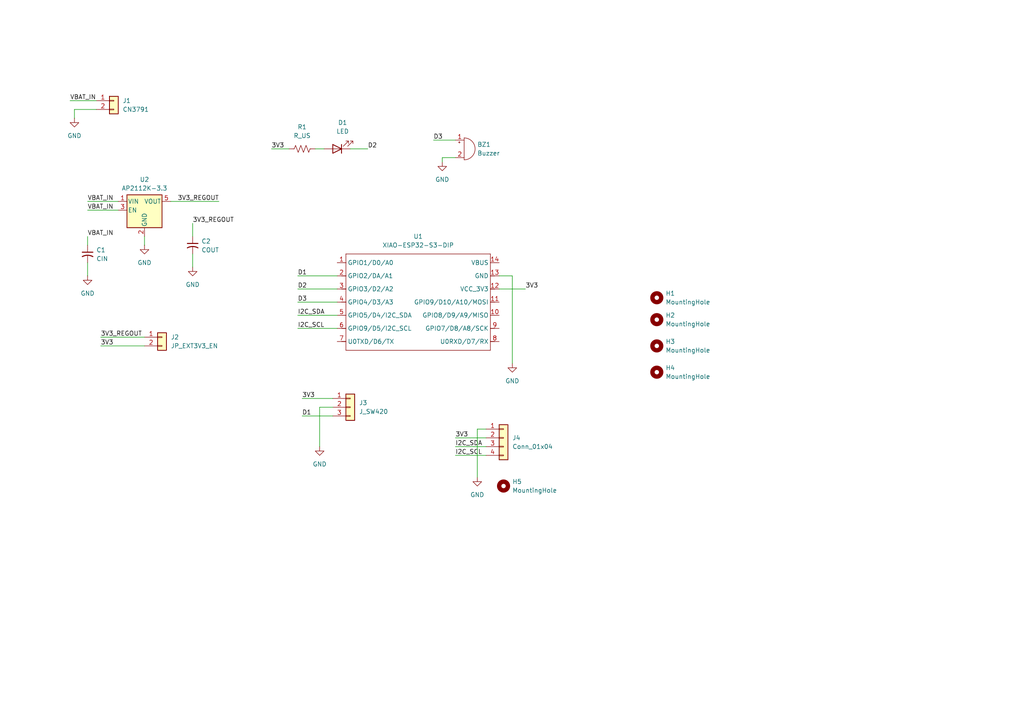
<source format=kicad_sch>
(kicad_sch (version 20250114) (generator "eeschema") (generator_version "9.0")
  (paper "A4")
  (lib_symbols
    (symbol "Connector_Generic:Conn_01x02" (pin_names (offset 1.016) (hide yes))
      (property "Reference" "J" (at 0 2.54 0))
      (property "Value" "Conn_01x02" (at 0 -5.08 0))
      (symbol "Conn_01x02_1_1"
        (rectangle (start -1.27 1.27) (end 1.27 -3.81) (stroke (width 0.254)) (fill (type background)))
        (rectangle (start -1.27 0.127) (end 0 -0.127) (stroke (width 0.1524)))
        (rectangle (start -1.27 -2.413) (end 0 -2.667) (stroke (width 0.1524)))
        (pin passive line (at -5.08 0 0) (length 3.81) (name "Pin_1") (number "1"))
        (pin passive line (at -5.08 -2.54 0) (length 3.81) (name "Pin_2") (number "2"))
      )
    )
    (symbol "Connector_Generic:Conn_01x03" (pin_names (offset 1.016) (hide yes))
      (property "Reference" "J" (at 0 5.08 0))
      (property "Value" "Conn_01x03" (at 0 -5.08 0))
      (symbol "Conn_01x03_1_1"
        (rectangle (start -1.27 3.81) (end 1.27 -3.81) (stroke (width 0.254)) (fill (type background)))
        (rectangle (start -1.27 2.667) (end 0 2.413) (stroke (width 0.1524)))
        (rectangle (start -1.27 0.127) (end 0 -0.127) (stroke (width 0.1524)))
        (rectangle (start -1.27 -2.413) (end 0 -2.667) (stroke (width 0.1524)))
        (pin passive line (at -5.08 2.54 0) (length 3.81) (name "Pin_1") (number "1"))
        (pin passive line (at -5.08 0 0) (length 3.81) (name "Pin_2") (number "2"))
        (pin passive line (at -5.08 -2.54 0) (length 3.81) (name "Pin_3") (number "3"))
      )
    )
    (symbol "Connector_Generic:Conn_01x04" (pin_names (offset 1.016) (hide yes))
      (property "Reference" "J" (at 0 5.08 0))
      (property "Value" "Conn_01x04" (at 0 -7.62 0))
      (symbol "Conn_01x04_1_1"
        (rectangle (start -1.27 3.81) (end 1.27 -6.35) (stroke (width 0.254)) (fill (type background)))
        (rectangle (start -1.27 2.667) (end 0 2.413) (stroke (width 0.1524)))
        (rectangle (start -1.27 0.127) (end 0 -0.127) (stroke (width 0.1524)))
        (rectangle (start -1.27 -2.413) (end 0 -2.667) (stroke (width 0.1524)))
        (rectangle (start -1.27 -4.953) (end 0 -5.207) (stroke (width 0.1524)))
        (pin passive line (at -5.08 2.54 0) (length 3.81) (name "Pin_1") (number "1"))
        (pin passive line (at -5.08 0 0) (length 3.81) (name "Pin_2") (number "2"))
        (pin passive line (at -5.08 -2.54 0) (length 3.81) (name "Pin_3") (number "3"))
        (pin passive line (at -5.08 -5.08 0) (length 3.81) (name "Pin_4") (number "4"))
      )
    )
    (symbol "Device:Buzzer" (pin_names (offset 0.0254) (hide yes))
      (property "Reference" "BZ" (at 3.81 1.27 0))
      (property "Value" "Buzzer" (at 3.81 -1.27 0))
      (symbol "Buzzer_0_1"
        (polyline (pts (xy -1.651 1.905) (xy -1.143 1.905)))
        (polyline (pts (xy -1.397 2.159) (xy -1.397 1.651)))
        (arc (start 0 3.175) (mid 3.1612 0) (end 0 -3.175))
        (polyline (pts (xy 0 3.175) (xy 0 -3.175)))
      )
      (symbol "Buzzer_1_1"
        (pin passive line (at -2.54 2.54 0) (length 2.54) (name "+") (number "1"))
        (pin passive line (at -2.54 -2.54 0) (length 2.54) (name "-") (number "2"))
      )
    )
    (symbol "Device:C_Small_US" (pin_numbers (hide yes)) (pin_names (offset 0.254) (hide yes))
      (property "Reference" "C" (at 0.254 1.778 0))
      (property "Value" "C_Small_US" (at 0.254 -2.032 0))
      (symbol "C_Small_US_0_1"
        (polyline (pts (xy -1.524 0.508) (xy 1.524 0.508)) (stroke (width 0.3048)))
        (arc (start -1.524 -0.762) (mid 0 -0.3734) (end 1.524 -0.762) (stroke (width 0.3048)))
      )
      (symbol "C_Small_US_1_1"
        (pin passive line (at 0 2.54 270) (length 2.032) (name "~") (number "1"))
        (pin passive line (at 0 -2.54 90) (length 2.032) (name "~") (number "2"))
      )
    )
    (symbol "Device:LED" (pin_numbers (hide yes)) (pin_names (offset 1.016) (hide yes))
      (property "Reference" "D" (at 0 2.54 0))
      (property "Value" "LED" (at 0 -2.54 0))
      (symbol "LED_0_1"
        (polyline (pts (xy -3.048 -0.762) (xy -4.572 -2.286) (xy -3.81 -2.286) (xy -4.572 -2.286) (xy -4.572 -1.524)))
        (polyline (pts (xy -1.778 -0.762) (xy -3.302 -2.286) (xy -2.54 -2.286) (xy -3.302 -2.286) (xy -3.302 -1.524)))
        (polyline (pts (xy -1.27 0) (xy 1.27 0)))
        (polyline (pts (xy -1.27 -1.27) (xy -1.27 1.27)) (stroke (width 0.254)))
        (polyline (pts (xy 1.27 -1.27) (xy 1.27 1.27) (xy -1.27 0) (xy 1.27 -1.27)) (stroke (width 0.254)))
      )
      (symbol "LED_1_1"
        (pin passive line (at -3.81 0 0) (length 2.54) (name "K") (number "1"))
        (pin passive line (at 3.81 0 180) (length 2.54) (name "A") (number "2"))
      )
    )
    (symbol "Device:R_US" (pin_numbers (hide yes)) (pin_names (offset 0))
      (property "Reference" "R" (at 2.54 0 90))
      (property "Value" "R_US" (at -2.54 0 90))
      (symbol "R_US_0_1"
        (polyline (pts (xy 0 2.286) (xy 0 2.54)))
        (polyline (pts (xy 0 2.286) (xy 1.016 1.905) (xy 0 1.524) (xy -1.016 1.143) (xy 0 0.762)))
        (polyline (pts (xy 0 0.762) (xy 1.016 0.381) (xy 0 0) (xy -1.016 -0.381) (xy 0 -0.762)))
        (polyline (pts (xy 0 -0.762) (xy 1.016 -1.143) (xy 0 -1.524) (xy -1.016 -1.905) (xy 0 -2.286)))
        (polyline (pts (xy 0 -2.286) (xy 0 -2.54)))
      )
      (symbol "R_US_1_1"
        (pin passive line (at 0 3.81 270) (length 1.27) (name "~") (number "1"))
        (pin passive line (at 0 -3.81 90) (length 1.27) (name "~") (number "2"))
      )
    )
    (symbol "Mechanical:MountingHole" (pin_names (offset 1.016)) (in_bom no)
      (property "Reference" "H" (at 0 5.08 0))
      (property "Value" "MountingHole" (at 0 3.175 0))
      (symbol "MountingHole_0_1"
        (circle (center 0 0) (radius 1.27) (stroke (width 1.27)))
      )
    )
    (symbol "Regulator_Linear:AP2112K-3.3" (pin_names (offset 0.254))
      (property "Reference" "U" (at -5.08 5.715 0))
      (property "Value" "AP2112K-3.3" (at 0 5.715 0))
      (symbol "AP2112K-3.3_0_1"
        (rectangle (start -5.08 4.445) (end 5.08 -5.08) (stroke (width 0.254)) (fill (type background)))
      )
      (symbol "AP2112K-3.3_1_1"
        (pin power_in line (at -7.62 2.54 0) (length 2.54) (name "VIN") (number "1"))
        (pin input line (at -7.62 0 0) (length 2.54) (name "EN") (number "3"))
        (pin power_in line (at 0 -7.62 90) (length 2.54) (name "GND") (number "2"))
        (pin no_connect line (at 5.08 0 180) (length 2.54) (hide yes) (name "NC") (number "4"))
        (pin power_out line (at 7.62 2.54 180) (length 2.54) (name "VOUT") (number "5"))
      )
    )
    (symbol "Seeed_Studio_XIAO_Series:XIAO-ESP32-S3-DIP"
      (property "Reference" "U" (at 1.27 0.508 0))
      (property "Value" "XIAO-ESP32-S3-DIP" (at 9.652 -1.778 0))
      (symbol "XIAO-ESP32-S3-DIP_1_0"
        (polyline (pts (xy 0 -2.54) (xy 41.91 -2.54)) (stroke (width 0.1524)))
        (polyline (pts (xy 0 -5.08) (xy -1.27 -5.08)) (stroke (width 0.1524)))
        (polyline (pts (xy 0 -5.08) (xy 0 -2.54)) (stroke (width 0.1524)))
        (polyline (pts (xy 0 -8.89) (xy -1.27 -8.89)) (stroke (width 0.1524)))
        (polyline (pts (xy 0 -8.89) (xy 0 -5.08)) (stroke (width 0.1524)))
        (polyline (pts (xy 0 -12.7) (xy -1.27 -12.7)) (stroke (width 0.1524)))
        (polyline (pts (xy 0 -12.7) (xy 0 -8.89)) (stroke (width 0.1524)))
        (polyline (pts (xy 0 -16.51) (xy -1.27 -16.51)) (stroke (width 0.1524)))
        (polyline (pts (xy 0 -16.51) (xy 0 -12.7)) (stroke (width 0.1524)))
        (polyline (pts (xy 0 -20.32) (xy -1.27 -20.32)) (stroke (width 0.1524)))
        (polyline (pts (xy 0 -24.13) (xy -1.27 -24.13)) (stroke (width 0.1524)))
        (polyline (pts (xy 0 -27.94) (xy -1.27 -27.94)) (stroke (width 0.1524)))
        (polyline (pts (xy 0 -30.48) (xy 0 -16.51)) (stroke (width 0.1524)))
        (polyline (pts (xy 41.91 -2.54) (xy 41.91 -5.08)) (stroke (width 0.1524)))
        (polyline (pts (xy 41.91 -5.08) (xy 41.91 -8.89)) (stroke (width 0.1524)))
        (polyline (pts (xy 41.91 -8.89) (xy 41.91 -12.7)) (stroke (width 0.1524)))
        (polyline (pts (xy 41.91 -12.7) (xy 41.91 -30.48)) (stroke (width 0.1524)))
        (polyline (pts (xy 41.91 -30.48) (xy 0 -30.48)) (stroke (width 0.1524)))
        (polyline (pts (xy 43.18 -5.08) (xy 41.91 -5.08)) (stroke (width 0.1524)))
        (polyline (pts (xy 43.18 -8.89) (xy 41.91 -8.89)) (stroke (width 0.1524)))
        (polyline (pts (xy 43.18 -12.7) (xy 41.91 -12.7)) (stroke (width 0.1524)))
        (polyline (pts (xy 43.18 -16.51) (xy 41.91 -16.51)) (stroke (width 0.1524)))
        (polyline (pts (xy 43.18 -20.32) (xy 41.91 -20.32)) (stroke (width 0.1524)))
        (polyline (pts (xy 43.18 -24.13) (xy 41.91 -24.13)) (stroke (width 0.1524)))
        (polyline (pts (xy 43.18 -27.94) (xy 41.91 -27.94)) (stroke (width 0.1524)))
        (pin passive line (at -2.54 -5.08 0) (length 2.54) (name "GPIO1/D0/A0") (number "1"))
        (pin passive line (at -2.54 -8.89 0) (length 2.54) (name "GPIO2/DA/A1") (number "2"))
        (pin passive line (at -2.54 -12.7 0) (length 2.54) (name "GPIO3/D2/A2") (number "3"))
        (pin passive line (at -2.54 -16.51 0) (length 2.54) (name "GPIO4/D3/A3") (number "4"))
        (pin passive line (at -2.54 -20.32 0) (length 2.54) (name "GPIO5/D4/I2C_SDA") (number "5"))
        (pin passive line (at -2.54 -24.13 0) (length 2.54) (name "GPIO9/D5/I2C_SCL") (number "6"))
        (pin passive line (at -2.54 -27.94 0) (length 2.54) (name "U0TXD/D6/TX") (number "7"))
        (pin passive line (at 44.45 -5.08 180) (length 2.54) (name "VBUS") (number "14"))
        (pin passive line (at 44.45 -8.89 180) (length 2.54) (name "GND") (number "13"))
        (pin passive line (at 44.45 -12.7 180) (length 2.54) (name "VCC_3V3") (number "12"))
        (pin passive line (at 44.45 -16.51 180) (length 2.54) (name "GPIO9/D10/A10/MOSI") (number "11"))
        (pin passive line (at 44.45 -20.32 180) (length 2.54) (name "GPIO8/D9/A9/MISO") (number "10"))
        (pin passive line (at 44.45 -24.13 180) (length 2.54) (name "GPIO7/D8/A8/SCK") (number "9"))
        (pin passive line (at 44.45 -27.94 180) (length 2.54) (name "U0RXD/D7/RX") (number "8"))
      )
    )
    (symbol "power:GND" (power) (pin_numbers (hide yes)) (pin_names (offset 0) (hide yes))
      (property "Value" "GND" (at 0 -3.81 0))
      (symbol "GND_0_1"
        (polyline (pts (xy 0 0) (xy 0 -1.27) (xy 1.27 -1.27) (xy 0 -2.54) (xy -1.27 -1.27) (xy 0 -1.27)))
      )
      (symbol "GND_1_1"
        (pin power_in line (at 0 0 270) (length 0) (name "~") (number "1"))
      )
    )
  )
  (wire (pts (xy 87.63 120.65) (xy 96.52 120.65)))
  (wire (pts (xy 25.4 58.42) (xy 34.29 58.42)))
  (wire (pts (xy 132.08 129.54) (xy 140.97 129.54)))
  (wire (pts (xy 25.4 60.96) (xy 34.29 60.96)))
  (wire (pts (xy 21.59 31.75) (xy 21.59 34.29)))
  (wire (pts (xy 101.6 43.18) (xy 106.68 43.18)))
  (wire (pts (xy 86.36 87.63) (xy 97.79 87.63)))
  (wire (pts (xy 55.88 73.66) (xy 55.88 77.47)))
  (wire (pts (xy 86.36 83.82) (xy 97.79 83.82)))
  (wire (pts (xy 92.71 118.11) (xy 92.71 129.54)))
  (wire (pts (xy 86.36 80.01) (xy 97.79 80.01)))
  (wire (pts (xy 41.91 68.58) (xy 41.91 71.12)))
  (wire (pts (xy 128.27 45.72) (xy 128.27 46.99)))
  (wire (pts (xy 91.44 43.18) (xy 93.98 43.18)))
  (wire (pts (xy 20.32 29.21) (xy 27.94 29.21)))
  (wire (pts (xy 55.88 64.77) (xy 55.88 68.58)))
  (wire (pts (xy 25.4 68.58) (xy 25.4 71.12)))
  (wire (pts (xy 148.59 80.01) (xy 148.59 105.41)))
  (wire (pts (xy 25.4 76.2) (xy 25.4 80.01)))
  (wire (pts (xy 125.73 40.64) (xy 132.08 40.64)))
  (wire (pts (xy 29.21 100.33) (xy 41.91 100.33)))
  (wire (pts (xy 132.08 132.08) (xy 140.97 132.08)))
  (wire (pts (xy 132.08 127) (xy 140.97 127)))
  (wire (pts (xy 144.78 83.82) (xy 152.4 83.82)))
  (wire (pts (xy 144.78 80.01) (xy 148.59 80.01)))
  (wire (pts (xy 29.21 97.79) (xy 41.91 97.79)))
  (wire (pts (xy 140.97 124.46) (xy 138.43 124.46)))
  (wire (pts (xy 132.08 45.72) (xy 128.27 45.72)))
  (wire (pts (xy 49.53 58.42) (xy 63.5 58.42)))
  (wire (pts (xy 78.74 43.18) (xy 83.82 43.18)))
  (wire (pts (xy 86.36 95.25) (xy 97.79 95.25)))
  (wire (pts (xy 27.94 31.75) (xy 21.59 31.75)))
  (wire (pts (xy 86.36 91.44) (xy 97.79 91.44)))
  (wire (pts (xy 138.43 124.46) (xy 138.43 138.43)))
  (wire (pts (xy 87.63 115.57) (xy 96.52 115.57)))
  (wire (pts (xy 96.52 118.11) (xy 92.71 118.11)))
  (label "VBAT_IN" (at 25.4 68.58 0))
  (label "D2" (at 86.36 83.82 0))
  (label "D1" (at 86.36 80.01 0))
  (label "I2C_SCL" (at 86.36 95.25 0))
  (label "VBAT_IN" (at 20.32 29.21 0))
  (label "3V3" (at 29.21 100.33 0))
  (label "3V3_REGOUT" (at 29.21 97.79 0))
  (label "3V3_REGOUT" (at 55.88 64.77 0))
  (label "VBAT_IN" (at 25.4 60.96 0))
  (label "D1" (at 87.63 120.65 0))
  (label "I2C_SCL" (at 132.08 132.08 0))
  (label "3V3" (at 132.08 127 0))
  (label "I2C_SDA" (at 132.08 129.54 0))
  (label "D3" (at 86.36 87.63 0))
  (label "3V3" (at 78.74 43.18 0))
  (label "D3" (at 125.73 40.64 0))
  (label "D2" (at 106.68 43.18 0))
  (label "3V3" (at 152.4 83.82 0))
  (label "3V3" (at 87.63 115.57 0))
  (label "3V3_REGOUT" (at 63.5 58.42 180))
  (label "I2C_SDA" (at 86.36 91.44 0))
  (label "VBAT_IN" (at 25.4 58.42 0))
  (symbol (lib_id "Device:C_Small_US") (at 25.4 73.66 0) (unit 1)
    (property "Reference" "C1" (at 27.94 72.5169 0) (effects (justify left)))
    (property "Value" "CIN" (at 27.94 75.0569 0) (effects (justify left)))
    (property "Footprint" "Capacitor_THT:C_Radial_D5.0mm_H5.0mm_P2.00mm" (effects (hide yes)))
    (property "Description" "capacitor, small US symbol" (effects (hide yes)))
  )
  (symbol (lib_id "Mechanical:MountingHole") (at 190.5 107.95 0) (unit 1) (in_bom no)
    (property "Reference" "H4" (at 193.04 106.6799 0) (effects (justify left)))
    (property "Value" "MountingHole" (at 193.04 109.2199 0) (effects (justify left)))
    (property "Footprint" "MountingHole:MountingHole_3.5mm" (effects (hide yes)))
    (property "Description" "Mounting Hole without connection" (effects (hide yes)))
  )
  (symbol (lib_id "Device:C_Small_US") (at 55.88 71.12 0) (unit 1)
    (property "Reference" "C2" (at 58.42 69.9769 0) (effects (justify left)))
    (property "Value" "COUT" (at 58.42 72.5169 0) (effects (justify left)))
    (property "Footprint" "Capacitor_THT:C_Radial_D5.0mm_H5.0mm_P2.00mm" (effects (hide yes)))
    (property "Description" "capacitor, small US symbol" (effects (hide yes)))
  )
  (symbol (lib_id "power:GND") (at 55.88 77.47 0) (unit 1)
    (property "Reference" "#PWR05" (effects (hide yes)))
    (property "Value" "GND" (at 55.88 82.55 0))
    (property "Description" "Power symbol creates a global label with name \"GND\" , ground" (effects (hide yes)))
  )
  (symbol (lib_id "power:GND") (at 148.59 105.41 0) (unit 1)
    (property "Reference" "#PWR03" (effects (hide yes)))
    (property "Value" "GND" (at 148.59 110.49 0))
    (property "Description" "Power symbol creates a global label with name \"GND\" , ground" (effects (hide yes)))
  )
  (symbol (lib_id "Connector_Generic:Conn_01x03") (at 101.6 118.11 0) (unit 1)
    (property "Reference" "J3" (at 104.14 116.8399 0) (effects (justify left)))
    (property "Value" "J_SW420" (at 104.14 119.3799 0) (effects (justify left)))
    (property "Footprint" "Connector_PinSocket_2.54mm:PinSocket_1x03_P2.54mm_Vertical" (effects (hide yes)))
    (property "Description" "Generic connector, single row, 01x03, script generated (kicad-library-utils/schlib/autogen/connector/)" (effects (hide yes)))
  )
  (symbol (lib_id "Device:Buzzer") (at 134.62 43.18 0) (unit 1)
    (property "Reference" "BZ1" (at 138.43 41.9099 0) (effects (justify left)))
    (property "Value" "Buzzer" (at 138.43 44.4499 0) (effects (justify left)))
    (property "Footprint" "Buzzer_Beeper:Buzzer_12x9.5RM7.6" (effects (hide yes)))
    (property "Description" "Buzzer, polarized" (effects (hide yes)))
  )
  (symbol (lib_id "Connector_Generic:Conn_01x04") (at 146.05 127 0) (unit 1)
    (property "Reference" "J4" (at 148.59 126.9999 0) (effects (justify left)))
    (property "Value" "Conn_01x04" (at 148.59 129.5399 0) (effects (justify left)))
    (property "Footprint" "Connector_JST:JST_XH_B4B-XH-A_1x04_P2.50mm_Vertical" (effects (hide yes)))
    (property "Description" "Generic connector, single row, 01x04, script generated (kicad-library-utils/schlib/autogen/connector/)" (effects (hide yes)))
  )
  (symbol (lib_id "Connector_Generic:Conn_01x02") (at 33.02 29.21 0) (unit 1)
    (property "Reference" "J1" (at 35.56 29.2099 0) (effects (justify left)))
    (property "Value" "CN3791" (at 35.56 31.7499 0) (effects (justify left)))
    (property "Footprint" "TerminalBlock_Phoenix:TerminalBlock_Phoenix_MKDS-1,5-2-5.08_1x02_P5.08mm_Horizontal" (effects (hide yes)))
    (property "Description" "Generic connector, single row, 01x02, script generated (kicad-library-utils/schlib/autogen/connector/)" (effects (hide yes)))
  )
  (symbol (lib_id "power:GND") (at 138.43 138.43 0) (unit 1)
    (property "Reference" "#PWR07" (effects (hide yes)))
    (property "Value" "GND" (at 138.43 143.51 0))
    (property "Description" "Power symbol creates a global label with name \"GND\" , ground" (effects (hide yes)))
  )
  (symbol (lib_id "Seeed_Studio_XIAO_Series:XIAO-ESP32-S3-DIP") (at 100.33 71.12 0) (unit 1)
    (property "Reference" "U1" (at 121.285 68.58 0))
    (property "Value" "XIAO-ESP32-S3-DIP" (at 121.285 71.12 0))
    (property "Footprint" "Seeed Studio XIAO Series Library:XIAO-ESP32S3-DIP" (effects (hide yes)))
  )
  (symbol (lib_id "Mechanical:MountingHole") (at 190.5 92.71 0) (unit 1) (in_bom no)
    (property "Reference" "H2" (at 193.04 91.4399 0) (effects (justify left)))
    (property "Value" "MountingHole" (at 193.04 93.9799 0) (effects (justify left)))
    (property "Footprint" "MountingHole:MountingHole_3.5mm" (effects (hide yes)))
    (property "Description" "Mounting Hole without connection" (effects (hide yes)))
  )
  (symbol (lib_id "Device:R_US") (at 87.63 43.18 90) (unit 1)
    (property "Reference" "R1" (at 87.63 36.83 90))
    (property "Value" "R_US" (at 87.63 39.37 90))
    (property "Footprint" "Resistor_THT:R_Axial_DIN0204_L3.6mm_D1.6mm_P7.62mm_Horizontal" (effects (hide yes)))
    (property "Description" "Resistor, US symbol" (effects (hide yes)))
  )
  (symbol (lib_id "Mechanical:MountingHole") (at 190.5 100.33 0) (unit 1) (in_bom no)
    (property "Reference" "H3" (at 193.04 99.0599 0) (effects (justify left)))
    (property "Value" "MountingHole" (at 193.04 101.5999 0) (effects (justify left)))
    (property "Footprint" "MountingHole:MountingHole_3.5mm" (effects (hide yes)))
    (property "Description" "Mounting Hole without connection" (effects (hide yes)))
  )
  (symbol (lib_id "Connector_Generic:Conn_01x02") (at 46.99 97.79 0) (unit 1)
    (property "Reference" "J2" (at 49.53 97.7899 0) (effects (justify left)))
    (property "Value" "JP_EXT3V3_EN" (at 49.53 100.3299 0) (effects (justify left)))
    (property "Footprint" "Connector_PinHeader_2.54mm:PinHeader_1x02_P2.54mm_Vertical" (effects (hide yes)))
    (property "Description" "Generic connector, single row, 01x02, script generated (kicad-library-utils/schlib/autogen/connector/)" (effects (hide yes)))
  )
  (symbol (lib_id "power:GND") (at 21.59 34.29 0) (unit 1)
    (property "Reference" "#PWR01" (effects (hide yes)))
    (property "Value" "GND" (at 21.59 39.37 0))
    (property "Description" "Power symbol creates a global label with name \"GND\" , ground" (effects (hide yes)))
  )
  (symbol (lib_id "Device:LED") (at 97.79 43.18 180) (unit 1)
    (property "Reference" "D1" (at 99.3775 35.56 0))
    (property "Value" "LED" (at 99.3775 38.1 0))
    (property "Footprint" "LED_THT:LED_D3.0mm" (effects (hide yes)))
    (property "Description" "Light emitting diode" (effects (hide yes)))
    (property "Sim.Pins" "1=K 2=A" (effects (hide yes)))
  )
  (symbol (lib_id "Mechanical:MountingHole") (at 190.5 86.36 0) (unit 1) (in_bom no)
    (property "Reference" "H1" (at 193.04 85.0899 0) (effects (justify left)))
    (property "Value" "MountingHole" (at 193.04 87.6299 0) (effects (justify left)))
    (property "Footprint" "MountingHole:MountingHole_3.5mm" (effects (hide yes)))
    (property "Description" "Mounting Hole without connection" (effects (hide yes)))
  )
  (symbol (lib_id "power:GND") (at 25.4 80.01 0) (unit 1)
    (property "Reference" "#PWR04" (effects (hide yes)))
    (property "Value" "GND" (at 25.4 85.09 0))
    (property "Description" "Power symbol creates a global label with name \"GND\" , ground" (effects (hide yes)))
  )
  (symbol (lib_id "power:GND") (at 41.91 71.12 0) (unit 1)
    (property "Reference" "#PWR02" (effects (hide yes)))
    (property "Value" "GND" (at 41.91 76.2 0))
    (property "Description" "Power symbol creates a global label with name \"GND\" , ground" (effects (hide yes)))
  )
  (symbol (lib_id "power:GND") (at 92.71 129.54 0) (unit 1)
    (property "Reference" "#PWR06" (effects (hide yes)))
    (property "Value" "GND" (at 92.71 134.62 0))
    (property "Description" "Power symbol creates a global label with name \"GND\" , ground" (effects (hide yes)))
  )
  (symbol (lib_id "Mechanical:MountingHole") (at 146.05 140.97 0) (unit 1) (in_bom no)
    (property "Reference" "H5" (at 148.59 139.6999 0) (effects (justify left)))
    (property "Value" "MountingHole" (at 148.59 142.2399 0) (effects (justify left)))
    (property "Footprint" "MountingHole:MountingHole_3.5mm" (effects (hide yes)))
    (property "Description" "Mounting Hole without connection" (effects (hide yes)))
  )
  (symbol (lib_id "power:GND") (at 128.27 46.99 0) (unit 1)
    (property "Reference" "#PWR08" (effects (hide yes)))
    (property "Value" "GND" (at 128.27 52.07 0))
    (property "Description" "Power symbol creates a global label with name \"GND\" , ground" (effects (hide yes)))
  )
  (symbol (lib_id "Regulator_Linear:AP2112K-3.3") (at 41.91 60.96 0) (unit 1)
    (property "Reference" "U2" (at 41.91 52.07 0))
    (property "Value" "AP2112K-3.3" (at 41.91 54.61 0))
    (property "Footprint" "Package_TO_SOT_SMD:SOT-23-5_HandSoldering" (effects (hide yes)))
    (property "Datasheet" "https://www.diodes.com/assets/Datasheets/AP2112.pdf" (effects (hide yes)))
    (property "Description" "600mA low dropout linear regulator, with enable pin, 3.8V-6V input voltage range, 3.3V fixed positive output, SOT-23-5" (effects (hide yes)))
  )
)
</source>
